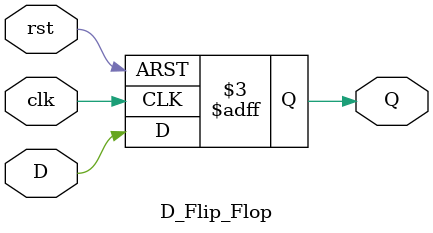
<source format=v>
/* 
//HARDWARE SECURITY PROJECT
G Group 9 - P2
1. Avinash Ayalasomayajula - 0699 6946
2. Smarat Kautilya - 7419 2986
3. Yashwanth Katta - 3451 7972
*/

// CODE FOR D FLIP FLOP

`timescale 1ns / 1ps

module D_Flip_Flop (D, clk, rst, Q);
input D;
input clk, rst ; 
output Q;

reg Q;

always @ ( negedge rst, posedge clk )
begin
if (rst == 1'b0) 
  Q <= 1'b0;
else 
  Q <= D;
end

endmodule

</source>
